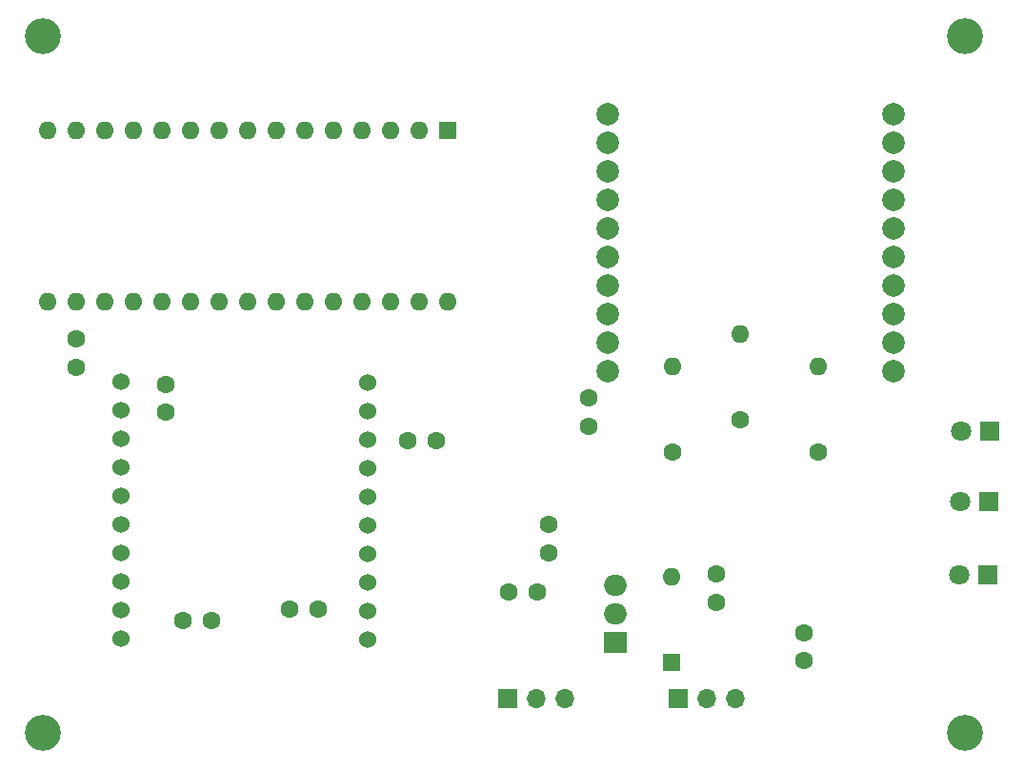
<source format=gbr>
%TF.GenerationSoftware,KiCad,Pcbnew,7.0.2*%
%TF.CreationDate,2024-07-09T15:01:01+09:00*%
%TF.ProjectId,____,4b734b28-2e6b-4696-9361-645f70636258,rev?*%
%TF.SameCoordinates,PX4e33880PY7bfa480*%
%TF.FileFunction,Soldermask,Top*%
%TF.FilePolarity,Negative*%
%FSLAX46Y46*%
G04 Gerber Fmt 4.6, Leading zero omitted, Abs format (unit mm)*
G04 Created by KiCad (PCBNEW 7.0.2) date 2024-07-09 15:01:01*
%MOMM*%
%LPD*%
G01*
G04 APERTURE LIST*
%ADD10C,1.600000*%
%ADD11O,1.600000X1.600000*%
%ADD12C,1.524000*%
%ADD13R,1.600000X1.600000*%
%ADD14C,3.200000*%
%ADD15R,1.700000X1.700000*%
%ADD16O,1.700000X1.700000*%
%ADD17R,1.800000X1.800000*%
%ADD18C,1.800000*%
%ADD19R,2.000000X1.905000*%
%ADD20O,2.000000X1.905000*%
%ADD21C,2.000000*%
G04 APERTURE END LIST*
D10*
%TO.C,R2*%
X72981387Y29000000D03*
D11*
X72981387Y36620000D03*
%TD*%
D12*
%TO.C,MD2*%
X11000000Y35240000D03*
X11000000Y32700000D03*
X11000000Y30160000D03*
X11000000Y27620000D03*
X11000000Y25080000D03*
X11000000Y22540000D03*
X11000000Y20000000D03*
X11000000Y17460000D03*
X11000000Y14920000D03*
X11000000Y12380000D03*
%TD*%
D13*
%TO.C,A1*%
X40050000Y57610000D03*
D11*
X37510000Y57610000D03*
X34970000Y57610000D03*
X32430000Y57610000D03*
X29890000Y57610000D03*
X27350000Y57610000D03*
X24810000Y57610000D03*
X22270000Y57610000D03*
X19730000Y57610000D03*
X17190000Y57610000D03*
X14650000Y57610000D03*
X12110000Y57610000D03*
X9570000Y57610000D03*
X7030000Y57610000D03*
X4490000Y57610000D03*
X4490000Y42370000D03*
X7030000Y42370000D03*
X9570000Y42370000D03*
X12110000Y42370000D03*
X14650000Y42370000D03*
X17190000Y42370000D03*
X19730000Y42370000D03*
X22270000Y42370000D03*
X24810000Y42370000D03*
X27350000Y42370000D03*
X29890000Y42370000D03*
X32430000Y42370000D03*
X34970000Y42370000D03*
X37510000Y42370000D03*
X40050000Y42370000D03*
%TD*%
D10*
%TO.C,C7*%
X36500000Y30000000D03*
X39000000Y30000000D03*
%TD*%
%TO.C,R3*%
X65981387Y31800000D03*
D11*
X65981387Y39420000D03*
%TD*%
D10*
%TO.C,C3*%
X71664332Y12912610D03*
X71664332Y10412610D03*
%TD*%
%TO.C,C8*%
X28500000Y15000000D03*
X26000000Y15000000D03*
%TD*%
D14*
%TO.C,H2*%
X4000000Y4000000D03*
%TD*%
D10*
%TO.C,C4*%
X45475000Y16500000D03*
X47975000Y16500000D03*
%TD*%
%TO.C,C6*%
X63913960Y18101040D03*
X63913960Y15601040D03*
%TD*%
D15*
%TO.C,J3*%
X60475000Y7000000D03*
D16*
X63015000Y7000000D03*
X65555000Y7000000D03*
%TD*%
D10*
%TO.C,C10*%
X16500000Y14000000D03*
X19000000Y14000000D03*
%TD*%
D14*
%TO.C,H1*%
X4000000Y66000000D03*
%TD*%
D10*
%TO.C,C1*%
X7000000Y39000000D03*
X7000000Y36500000D03*
%TD*%
D14*
%TO.C,H3*%
X86000000Y4000000D03*
%TD*%
D15*
%TO.C,J4*%
X45395000Y7000000D03*
D16*
X47935000Y7000000D03*
X50475000Y7000000D03*
%TD*%
D10*
%TO.C,C2*%
X52588652Y33782080D03*
X52588652Y31282080D03*
%TD*%
%TO.C,R1*%
X59981387Y29000000D03*
D11*
X59981387Y36620000D03*
%TD*%
D17*
%TO.C,D2*%
X88202161Y30803543D03*
D18*
X85662161Y30803543D03*
%TD*%
D13*
%TO.C,D4*%
X59913960Y10291040D03*
D11*
X59913960Y17911040D03*
%TD*%
D10*
%TO.C,C9*%
X15000000Y32500000D03*
X15000000Y35000000D03*
%TD*%
D19*
%TO.C,U2*%
X54913960Y12021040D03*
D20*
X54913960Y14561040D03*
X54913960Y17101040D03*
%TD*%
D17*
%TO.C,D3*%
X88097255Y24542250D03*
D18*
X85557255Y24542250D03*
%TD*%
D14*
%TO.C,H4*%
X86000000Y66000000D03*
%TD*%
D21*
%TO.C,U1*%
X54281387Y59045000D03*
X79681387Y59045000D03*
X54281387Y56505000D03*
X79681387Y56505000D03*
X54281387Y53965000D03*
X79681387Y53965000D03*
X54281387Y51425000D03*
X79681387Y51425000D03*
X54281387Y48885000D03*
X79681387Y48885000D03*
X54281387Y46345000D03*
X79681387Y46345000D03*
X54281387Y43805000D03*
X79681387Y43805000D03*
X54281387Y41265000D03*
X79681387Y41265000D03*
X54281387Y38725000D03*
X79681387Y38725000D03*
X54281387Y36185000D03*
X79681387Y36185000D03*
%TD*%
D10*
%TO.C,C5*%
X49000000Y20000000D03*
X49000000Y22500000D03*
%TD*%
D17*
%TO.C,D1*%
X88000000Y18000000D03*
D18*
X85460000Y18000000D03*
%TD*%
D12*
%TO.C,MD1*%
X32944037Y35152145D03*
X32944037Y32612145D03*
X32944037Y30072145D03*
X32944037Y27532145D03*
X32944037Y24992145D03*
X32944037Y22452145D03*
X32944037Y19912145D03*
X32944037Y17372145D03*
X32944037Y14832145D03*
X32944037Y12292145D03*
%TD*%
M02*

</source>
